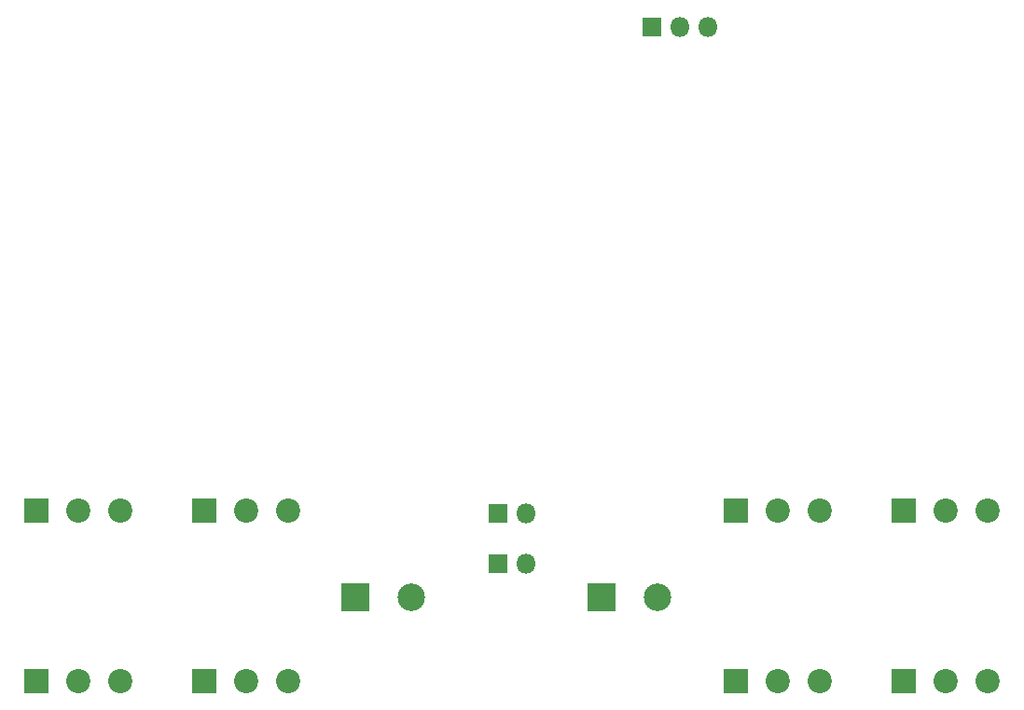
<source format=gbr>
G04 #@! TF.GenerationSoftware,KiCad,Pcbnew,(5.1.6)-1*
G04 #@! TF.CreationDate,2020-11-07T12:23:27+01:00*
G04 #@! TF.ProjectId,8-DI-ESP32-PCB,382d4449-2d45-4535-9033-322d5043422e,rev?*
G04 #@! TF.SameCoordinates,Original*
G04 #@! TF.FileFunction,Soldermask,Bot*
G04 #@! TF.FilePolarity,Negative*
%FSLAX46Y46*%
G04 Gerber Fmt 4.6, Leading zero omitted, Abs format (unit mm)*
G04 Created by KiCad (PCBNEW (5.1.6)-1) date 2020-11-07 12:23:27*
%MOMM*%
%LPD*%
G01*
G04 APERTURE LIST*
%ADD10O,1.800000X1.800000*%
%ADD11R,1.800000X1.800000*%
%ADD12C,2.200000*%
%ADD13R,2.200000X2.200000*%
%ADD14C,2.500000*%
%ADD15R,2.500000X2.500000*%
G04 APERTURE END LIST*
D10*
X162814000Y-64008000D03*
X160274000Y-64008000D03*
D11*
X157734000Y-64008000D03*
D12*
X188214000Y-107950000D03*
X184404000Y-107950000D03*
D13*
X180594000Y-107950000D03*
D10*
X146304000Y-112776000D03*
D11*
X143764000Y-112776000D03*
D10*
X146304000Y-108204000D03*
D11*
X143764000Y-108204000D03*
D14*
X158242000Y-115824000D03*
D15*
X153162000Y-115824000D03*
D14*
X135890000Y-115824000D03*
D15*
X130810000Y-115824000D03*
D12*
X188214000Y-123444000D03*
X184404000Y-123444000D03*
D13*
X180594000Y-123444000D03*
D12*
X172974000Y-107950000D03*
X169164000Y-107950000D03*
D13*
X165354000Y-107950000D03*
D12*
X172974000Y-123444000D03*
X169164000Y-123444000D03*
D13*
X165354000Y-123444000D03*
D12*
X124714000Y-107950000D03*
X120904000Y-107950000D03*
D13*
X117094000Y-107950000D03*
D12*
X124714000Y-123444000D03*
X120904000Y-123444000D03*
D13*
X117094000Y-123444000D03*
D12*
X109474000Y-107950000D03*
X105664000Y-107950000D03*
D13*
X101854000Y-107950000D03*
D12*
X109474000Y-123444000D03*
X105664000Y-123444000D03*
D13*
X101854000Y-123444000D03*
M02*

</source>
